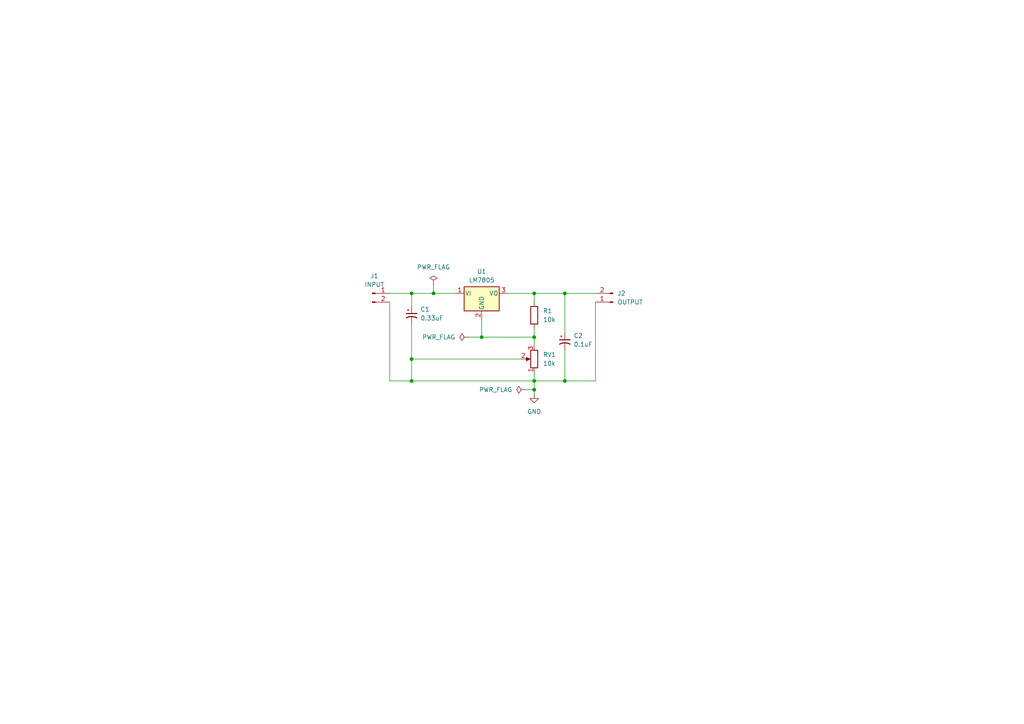
<source format=kicad_sch>
(kicad_sch (version 20230121) (generator eeschema)
  (paper "A4")
  (lib_symbols
    (symbol "Connector:Conn_01x02_Pin" (pin_names (offset 1.016) hide)
      (property "Reference" "J" (at 0 2.54 0))
      (property "Value" "Conn_01x02_Pin" (at 0 -5.08 0))
      (symbol "Conn_01x02_Pin_1_1"
        (polyline (pts (xy 1.27 -2.54) (xy 0.8636 -2.54)) (stroke (width 0.1524)))
        (polyline (pts (xy 1.27 0) (xy 0.8636 0)) (stroke (width 0.1524)))
        (rectangle (start 0.8636 -2.413) (end 0 -2.667) (stroke (width 0.1524)) (fill (type outline)))
        (rectangle (start 0.8636 0.127) (end 0 -0.127) (stroke (width 0.1524)) (fill (type outline)))
        (pin passive line (at 5.08 0 180) (length 3.81) (name "Pin_1") (number "1"))
        (pin passive line (at 5.08 -2.54 180) (length 3.81) (name "Pin_2") (number "2"))
      )
    )
    (symbol "Device:C_Polarized_Small_US" (pin_numbers hide) (pin_names (offset 0.254) hide)
      (property "Reference" "C" (at 0.254 1.778 0))
      (property "Value" "C_Polarized_Small_US" (at 0.254 -2.032 0))
      (symbol "C_Polarized_Small_US_0_1"
        (polyline (pts (xy -1.524 0.508) (xy 1.524 0.508)) (stroke (width 0.3048)))
        (polyline (pts (xy -1.27 1.524) (xy -0.762 1.524)))
        (polyline (pts (xy -1.016 1.27) (xy -1.016 1.778)))
        (arc (start 1.524 -0.762) (mid 0 -0.3734) (end -1.524 -0.762) (stroke (width 0.3048)))
      )
      (symbol "C_Polarized_Small_US_1_1"
        (pin passive line (at 0 2.54 270) (length 2.032) (name "~") (number "1"))
        (pin passive line (at 0 -2.54 90) (length 2.032) (name "~") (number "2"))
      )
    )
    (symbol "Device:R" (pin_numbers hide) (pin_names (offset 0))
      (property "Reference" "R" (at 2.032 0 90))
      (property "Value" "R" (at 0 0 90))
      (symbol "R_0_1"
        (rectangle (start -1.016 -2.54) (end 1.016 2.54) (stroke (width 0.254)))
      )
      (symbol "R_1_1"
        (pin passive line (at 0 3.81 270) (length 1.27) (name "~") (number "1"))
        (pin passive line (at 0 -3.81 90) (length 1.27) (name "~") (number "2"))
      )
    )
    (symbol "Device:R_Potentiometer" (pin_names (offset 1.016) hide)
      (property "Reference" "RV" (at -4.445 0 90))
      (property "Value" "R_Potentiometer" (at -2.54 0 90))
      (symbol "R_Potentiometer_0_1"
        (polyline (pts (xy 2.54 0) (xy 1.524 0)))
        (polyline (pts (xy 1.143 0) (xy 2.286 0.508) (xy 2.286 -0.508) (xy 1.143 0)) (fill (type outline)))
        (rectangle (start 1.016 2.54) (end -1.016 -2.54) (stroke (width 0.254)))
      )
      (symbol "R_Potentiometer_1_1"
        (pin passive line (at 0 3.81 270) (length 1.27) (name "1") (number "1"))
        (pin passive line (at 3.81 0 180) (length 1.27) (name "2") (number "2"))
        (pin passive line (at 0 -3.81 90) (length 1.27) (name "3") (number "3"))
      )
    )
    (symbol "Regulator_Linear:LM7805_TO220" (pin_names (offset 0.254))
      (property "Reference" "U" (at -3.81 3.175 0))
      (property "Value" "LM7805_TO220" (at 0 3.175 0))
      (symbol "LM7805_TO220_0_1"
        (rectangle (start -5.08 1.905) (end 5.08 -5.08) (stroke (width 0.254)) (fill (type background)))
      )
      (symbol "LM7805_TO220_1_1"
        (pin power_in line (at -7.62 0 0) (length 2.54) (name "VI") (number "1"))
        (pin power_in line (at 0 -7.62 90) (length 2.54) (name "GND") (number "2"))
        (pin power_out line (at 7.62 0 180) (length 2.54) (name "VO") (number "3"))
      )
    )
    (symbol "power:GND" (power) (pin_names (offset 0))
      (property "Value" "GND" (at 0 -3.81 0))
      (symbol "GND_0_1"
        (polyline (pts (xy 0 0) (xy 0 -1.27) (xy 1.27 -1.27) (xy 0 -2.54) (xy -1.27 -1.27) (xy 0 -1.27)))
      )
      (symbol "GND_1_1"
        (pin power_in line (at 0 0 270) (length 0) hide (name "GND") (number "1"))
      )
    )
    (symbol "power:PWR_FLAG" (power) (pin_numbers hide) (pin_names (offset 0) hide)
      (property "Value" "PWR_FLAG" (at 0 3.81 0))
      (symbol "PWR_FLAG_0_0"
        (pin power_out line (at 0 0 90) (length 0) (name "pwr") (number "1"))
      )
      (symbol "PWR_FLAG_0_1"
        (polyline (pts (xy 0 0) (xy 0 1.27) (xy -1.016 1.905) (xy 0 2.54) (xy 1.016 1.905) (xy 0 1.27)))
      )
    )
  )
  (junction (at 154.94 85.09))
  (junction (at 119.38 104.14))
  (junction (at 154.94 110.49))
  (junction (at 163.83 85.09))
  (junction (at 119.38 110.49))
  (junction (at 163.83 110.49))
  (junction (at 139.7 97.79))
  (junction (at 119.38 85.09))
  (junction (at 154.94 113.03))
  (junction (at 125.73 85.09))
  (junction (at 154.94 97.79))
  (wire (pts (xy 154.94 95.25) (xy 154.94 97.79)))
  (wire (pts (xy 147.32 85.09) (xy 154.94 85.09)))
  (wire (pts (xy 125.73 82.55) (xy 125.73 85.09)))
  (wire (pts (xy 119.38 104.14) (xy 119.38 110.49)))
  (wire (pts (xy 154.94 85.09) (xy 154.94 87.63)))
  (wire (pts (xy 152.4 113.03) (xy 154.94 113.03)))
  (wire (pts (xy 113.03 110.49) (xy 119.38 110.49)))
  (wire (pts (xy 163.83 85.09) (xy 172.72 85.09)))
  (wire (pts (xy 119.38 110.49) (xy 154.94 110.49)))
  (wire (pts (xy 163.83 101.6) (xy 163.83 110.49)))
  (wire (pts (xy 172.72 110.49) (xy 163.83 110.49)))
  (wire (pts (xy 119.38 88.9) (xy 119.38 85.09)))
  (wire (pts (xy 119.38 93.98) (xy 119.38 104.14)))
  (wire (pts (xy 139.7 92.71) (xy 139.7 97.79)))
  (wire (pts (xy 113.03 85.09) (xy 119.38 85.09)))
  (wire (pts (xy 125.73 85.09) (xy 132.08 85.09)))
  (wire (pts (xy 113.03 87.63) (xy 113.03 110.49)))
  (wire (pts (xy 163.83 85.09) (xy 163.83 96.52)))
  (wire (pts (xy 154.94 97.79) (xy 154.94 100.33)))
  (wire (pts (xy 154.94 110.49) (xy 154.94 113.03)))
  (wire (pts (xy 135.89 97.79) (xy 139.7 97.79)))
  (wire (pts (xy 119.38 85.09) (xy 125.73 85.09)))
  (wire (pts (xy 154.94 85.09) (xy 163.83 85.09)))
  (wire (pts (xy 163.83 110.49) (xy 154.94 110.49)))
  (wire (pts (xy 172.72 87.63) (xy 172.72 110.49)))
  (wire (pts (xy 154.94 113.03) (xy 154.94 114.3)))
  (wire (pts (xy 154.94 107.95) (xy 154.94 110.49)))
  (wire (pts (xy 139.7 97.79) (xy 154.94 97.79)))
  (wire (pts (xy 119.38 104.14) (xy 151.13 104.14)))
  (symbol (lib_id "Connector:Conn_01x02_Pin") (at 177.8 87.63 180) (unit 1)
    (property "Reference" "J2" (at 179.07 85.09 0) (effects (justify right)))
    (property "Value" "OUTPUT" (at 179.07 87.63 0) (effects (justify right)))
    (property "Footprint" "Connector_PinHeader_2.54mm:PinHeader_1x02_P2.54mm_Vertical" (effects hide))
  )
  (symbol (lib_id "Connector:Conn_01x02_Pin") (at 107.95 85.09 0) (unit 1)
    (property "Reference" "J1" (at 108.585 80.01 0))
    (property "Value" "INPUT" (at 108.585 82.55 0))
    (property "Footprint" "Connector_PinHeader_2.54mm:PinHeader_1x02_P2.54mm_Vertical" (effects hide))
  )
  (symbol (lib_id "power:GND") (at 154.94 114.3 0) (unit 1)
    (property "Reference" "#PWR01" (effects hide))
    (property "Value" "GND" (at 154.94 119.38 0))
  )
  (symbol (lib_id "power:PWR_FLAG") (at 135.89 97.79 90) (unit 1)
    (property "Reference" "#FLG02" (effects hide))
    (property "Value" "PWR_FLAG" (at 132.08 97.79 90) (effects (justify left)))
  )
  (symbol (lib_id "Regulator_Linear:LM7805_TO220") (at 139.7 85.09 0) (unit 1)
    (property "Reference" "U1" (at 139.7 78.74 0))
    (property "Value" "LM7805" (at 139.7 81.28 0))
    (property "Footprint" "Package_TO_SOT_THT:TO-220-3_Horizontal_TabDown" (effects hide))
    (property "Datasheet" "https://www.onsemi.cn/PowerSolutions/document/MC7800-D.PDF" (effects hide))
  )
  (symbol (lib_id "Device:R") (at 154.94 91.44 0) (unit 1)
    (property "Reference" "R1" (at 157.48 90.17 0) (effects (justify left)))
    (property "Value" "10k" (at 157.48 92.71 0) (effects (justify left)))
    (property "Footprint" "Resistor_THT:R_Axial_DIN0207_L6.3mm_D2.5mm_P10.16mm_Horizontal" (effects hide))
  )
  (symbol (lib_id "Device:R_Potentiometer") (at 154.94 104.14 180) (unit 1)
    (property "Reference" "RV1" (at 157.48 102.87 0) (effects (justify right)))
    (property "Value" "10k" (at 157.48 105.41 0) (effects (justify right)))
    (property "Footprint" "Potentiometer_THT:Potentiometer_Piher_T-16H_Single_Horizontal" (effects hide))
  )
  (symbol (lib_id "Device:C_Polarized_Small_US") (at 163.83 99.06 0) (unit 1)
    (property "Reference" "C2" (at 166.37 97.3582 0) (effects (justify left)))
    (property "Value" "0.1uF" (at 166.37 99.8982 0) (effects (justify left)))
    (property "Footprint" "Capacitor_THT:CP_Radial_D5.0mm_P2.00mm" (effects hide))
  )
  (symbol (lib_id "Device:C_Polarized_Small_US") (at 119.38 91.44 0) (unit 1)
    (property "Reference" "C1" (at 121.92 89.7382 0) (effects (justify left)))
    (property "Value" "0.33uF" (at 121.92 92.2782 0) (effects (justify left)))
    (property "Footprint" "Capacitor_THT:CP_Radial_D5.0mm_P2.00mm" (effects hide))
  )
  (symbol (lib_id "power:PWR_FLAG") (at 125.73 82.55 0) (unit 1)
    (property "Reference" "#FLG01" (effects hide))
    (property "Value" "PWR_FLAG" (at 125.73 77.47 0))
  )
  (symbol (lib_id "power:PWR_FLAG") (at 152.4 113.03 90) (unit 1)
    (property "Reference" "#FLG03" (effects hide))
    (property "Value" "PWR_FLAG" (at 148.59 113.03 90) (effects (justify left)))
  )
)
</source>
